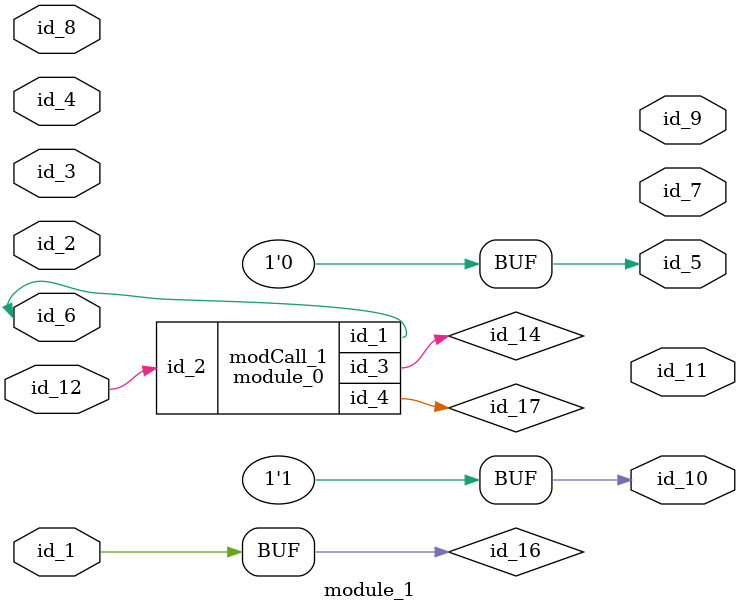
<source format=v>
module module_0 (
    id_1,
    id_2,
    id_3,
    id_4
);
  inout wire id_4;
  output wire id_3;
  input wire id_2;
  inout wire id_1;
  wire id_5;
endmodule
module module_1 (
    id_1,
    id_2,
    id_3,
    id_4,
    id_5,
    id_6,
    id_7,
    id_8,
    id_9,
    id_10,
    id_11,
    id_12
);
  input wire id_12;
  output wire id_11;
  output wire id_10;
  output wire id_9;
  input wire id_8;
  output wire id_7;
  inout wire id_6;
  output wire id_5;
  inout wire id_4;
  input wire id_3;
  input wire id_2;
  inout wire id_1;
  wire id_13;
  always begin : LABEL_0
    id_10 <= id_4;
  end
  assign id_10 = 1;
  assign id_5  = 1 > 1;
  wire id_14;
  wire id_15 = id_15;
  wire id_16;
  wire id_17;
  module_0 modCall_1 (
      id_6,
      id_12,
      id_14,
      id_17
  );
  wire id_18;
  assign id_1 = id_16;
endmodule

</source>
